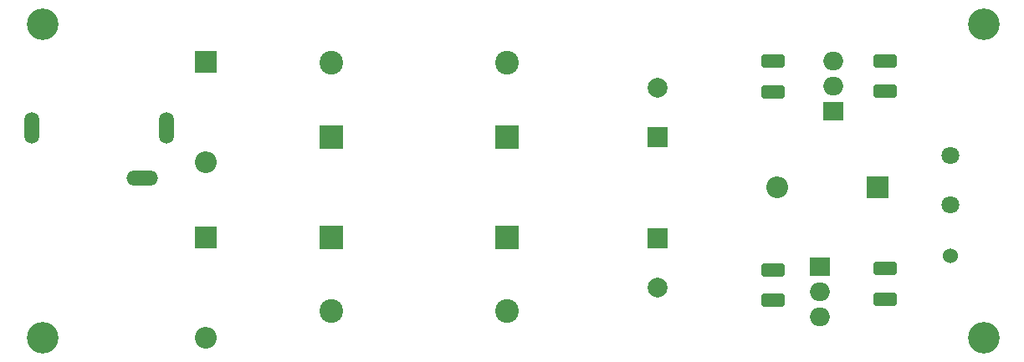
<source format=gbr>
%TF.GenerationSoftware,KiCad,Pcbnew,7.0.7-7.0.7~ubuntu22.04.1*%
%TF.CreationDate,2023-10-27T18:02:48-05:00*%
%TF.ProjectId,PSU,5053552e-6b69-4636-9164-5f7063625858,V1.0*%
%TF.SameCoordinates,Original*%
%TF.FileFunction,Soldermask,Top*%
%TF.FilePolarity,Negative*%
%FSLAX46Y46*%
G04 Gerber Fmt 4.6, Leading zero omitted, Abs format (unit mm)*
G04 Created by KiCad (PCBNEW 7.0.7-7.0.7~ubuntu22.04.1) date 2023-10-27 18:02:48*
%MOMM*%
%LPD*%
G01*
G04 APERTURE LIST*
G04 Aperture macros list*
%AMRoundRect*
0 Rectangle with rounded corners*
0 $1 Rounding radius*
0 $2 $3 $4 $5 $6 $7 $8 $9 X,Y pos of 4 corners*
0 Add a 4 corners polygon primitive as box body*
4,1,4,$2,$3,$4,$5,$6,$7,$8,$9,$2,$3,0*
0 Add four circle primitives for the rounded corners*
1,1,$1+$1,$2,$3*
1,1,$1+$1,$4,$5*
1,1,$1+$1,$6,$7*
1,1,$1+$1,$8,$9*
0 Add four rect primitives between the rounded corners*
20,1,$1+$1,$2,$3,$4,$5,0*
20,1,$1+$1,$4,$5,$6,$7,0*
20,1,$1+$1,$6,$7,$8,$9,0*
20,1,$1+$1,$8,$9,$2,$3,0*%
G04 Aperture macros list end*
%ADD10C,1.524000*%
%ADD11C,1.803400*%
%ADD12C,3.200000*%
%ADD13R,2.000000X1.905000*%
%ADD14O,2.000000X1.905000*%
%ADD15R,2.000000X2.000000*%
%ADD16C,2.000000*%
%ADD17RoundRect,0.250000X-0.925000X0.412500X-0.925000X-0.412500X0.925000X-0.412500X0.925000X0.412500X0*%
%ADD18R,2.400000X2.400000*%
%ADD19C,2.400000*%
%ADD20R,2.200000X2.200000*%
%ADD21O,2.200000X2.200000*%
%ADD22O,1.500000X3.200000*%
%ADD23O,3.200000X1.500000*%
%ADD24RoundRect,0.250000X0.925000X-0.412500X0.925000X0.412500X-0.925000X0.412500X-0.925000X-0.412500X0*%
G04 APERTURE END LIST*
D10*
%TO.C,J2*%
X197289553Y-108448601D03*
D11*
X197289553Y-98288601D03*
X197289553Y-103288601D03*
%TD*%
D12*
%TO.C,H1*%
X105410000Y-85010000D03*
%TD*%
D13*
%TO.C,U2*%
X184100373Y-109590025D03*
D14*
X184100373Y-112130025D03*
X184100373Y-114670025D03*
%TD*%
D12*
%TO.C,H2*%
X200660000Y-85010000D03*
%TD*%
D15*
%TO.C,C6*%
X167640000Y-96440000D03*
D16*
X167640000Y-91440000D03*
%TD*%
D15*
%TO.C,C5*%
X167640000Y-106680000D03*
D16*
X167640000Y-111680000D03*
%TD*%
D12*
%TO.C,H3*%
X105410000Y-116760000D03*
%TD*%
D17*
%TO.C,C10*%
X190641402Y-88755818D03*
X190641402Y-91830818D03*
%TD*%
%TO.C,C7*%
X179371029Y-109902702D03*
X179371029Y-112977702D03*
%TD*%
D18*
%TO.C,C4*%
X152400000Y-106600000D03*
D19*
X152400000Y-114100000D03*
%TD*%
D17*
%TO.C,C8*%
X190641402Y-109767567D03*
X190641402Y-112842567D03*
%TD*%
D20*
%TO.C,D1*%
X189950721Y-101520000D03*
D21*
X179790721Y-101520000D03*
%TD*%
D22*
%TO.C,J1*%
X117943600Y-95514483D03*
X104316122Y-95513631D03*
D23*
X115473355Y-100575055D03*
%TD*%
D18*
%TO.C,C2*%
X152400000Y-96440000D03*
D19*
X152400000Y-88940000D03*
%TD*%
D18*
%TO.C,C3*%
X134620000Y-106600000D03*
D19*
X134620000Y-114100000D03*
%TD*%
D18*
%TO.C,C1*%
X134620000Y-96440000D03*
D19*
X134620000Y-88940000D03*
%TD*%
D13*
%TO.C,LM7812*%
X185420000Y-93809770D03*
D14*
X185420000Y-91269770D03*
X185420000Y-88729770D03*
%TD*%
D20*
%TO.C,D2*%
X121920000Y-88820000D03*
D21*
X121920000Y-98980000D03*
%TD*%
D12*
%TO.C,H4*%
X200660000Y-116760000D03*
%TD*%
D24*
%TO.C,C9*%
X179291379Y-91854981D03*
X179291379Y-88779981D03*
%TD*%
D20*
%TO.C,D3*%
X121920000Y-106600000D03*
D21*
X121920000Y-116760000D03*
%TD*%
M02*

</source>
